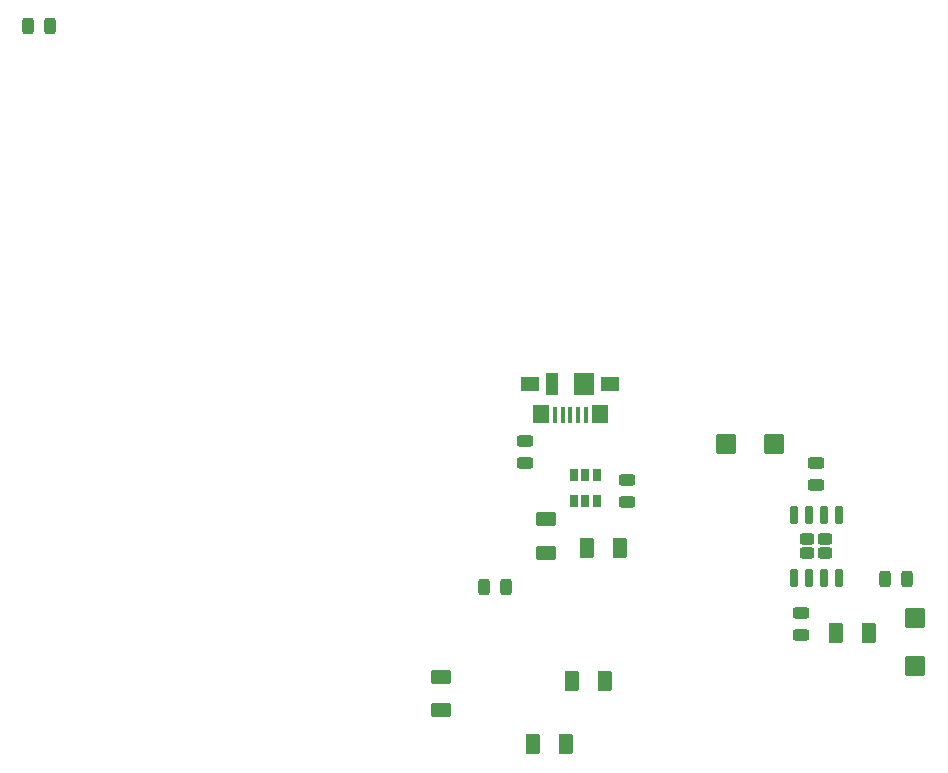
<source format=gbr>
%TF.GenerationSoftware,KiCad,Pcbnew,(5.99.0-11498-g1a301d8eea)*%
%TF.CreationDate,2021-09-08T01:14:58+03:00*%
%TF.ProjectId,f,662e6b69-6361-4645-9f70-636258585858,rev?*%
%TF.SameCoordinates,Original*%
%TF.FileFunction,Paste,Top*%
%TF.FilePolarity,Positive*%
%FSLAX46Y46*%
G04 Gerber Fmt 4.6, Leading zero omitted, Abs format (unit mm)*
G04 Created by KiCad (PCBNEW (5.99.0-11498-g1a301d8eea)) date 2021-09-08 01:14:58*
%MOMM*%
%LPD*%
G01*
G04 APERTURE LIST*
G04 Aperture macros list*
%AMRoundRect*
0 Rectangle with rounded corners*
0 $1 Rounding radius*
0 $2 $3 $4 $5 $6 $7 $8 $9 X,Y pos of 4 corners*
0 Add a 4 corners polygon primitive as box body*
4,1,4,$2,$3,$4,$5,$6,$7,$8,$9,$2,$3,0*
0 Add four circle primitives for the rounded corners*
1,1,$1+$1,$2,$3*
1,1,$1+$1,$4,$5*
1,1,$1+$1,$6,$7*
1,1,$1+$1,$8,$9*
0 Add four rect primitives between the rounded corners*
20,1,$1+$1,$2,$3,$4,$5,0*
20,1,$1+$1,$4,$5,$6,$7,0*
20,1,$1+$1,$6,$7,$8,$9,0*
20,1,$1+$1,$8,$9,$2,$3,0*%
G04 Aperture macros list end*
%ADD10RoundRect,0.250000X0.375000X0.625000X-0.375000X0.625000X-0.375000X-0.625000X0.375000X-0.625000X0*%
%ADD11RoundRect,0.243750X-0.243750X-0.456250X0.243750X-0.456250X0.243750X0.456250X-0.243750X0.456250X0*%
%ADD12RoundRect,0.250000X-0.375000X-0.625000X0.375000X-0.625000X0.375000X0.625000X-0.375000X0.625000X0*%
%ADD13RoundRect,0.243750X-0.456250X0.243750X-0.456250X-0.243750X0.456250X-0.243750X0.456250X0.243750X0*%
%ADD14RoundRect,0.243750X0.456250X-0.243750X0.456250X0.243750X-0.456250X0.243750X-0.456250X-0.243750X0*%
%ADD15RoundRect,0.250000X-0.600000X0.625000X-0.600000X-0.625000X0.600000X-0.625000X0.600000X0.625000X0*%
%ADD16RoundRect,0.243750X0.243750X0.456250X-0.243750X0.456250X-0.243750X-0.456250X0.243750X-0.456250X0*%
%ADD17RoundRect,0.250000X0.625000X0.600000X-0.625000X0.600000X-0.625000X-0.600000X0.625000X-0.600000X0*%
%ADD18R,0.450000X1.380000*%
%ADD19R,1.650000X1.300000*%
%ADD20R,1.000000X1.900000*%
%ADD21R,1.425000X1.550000*%
%ADD22R,1.800000X1.900000*%
%ADD23RoundRect,0.250000X-0.625000X0.375000X-0.625000X-0.375000X0.625000X-0.375000X0.625000X0.375000X0*%
%ADD24RoundRect,0.242500X0.382500X-0.242500X0.382500X0.242500X-0.382500X0.242500X-0.382500X-0.242500X0*%
%ADD25RoundRect,0.150000X0.150000X-0.650000X0.150000X0.650000X-0.150000X0.650000X-0.150000X-0.650000X0*%
%ADD26R,0.650000X1.060000*%
G04 APERTURE END LIST*
D10*
%TO.C,C3*%
X117726000Y-98298000D03*
X120526000Y-98298000D03*
%TD*%
D11*
%TO.C,R6*%
X109044500Y-101600000D03*
X110919500Y-101600000D03*
%TD*%
D12*
%TO.C,C2*%
X116442939Y-109578725D03*
X119242939Y-109578725D03*
%TD*%
D13*
%TO.C,R4*%
X135876939Y-103815225D03*
X135876939Y-105690225D03*
%TD*%
D14*
%TO.C,R5*%
X121158000Y-94409500D03*
X121158000Y-92534500D03*
%TD*%
D15*
%TO.C,D1*%
X145528939Y-104258725D03*
X145528939Y-108308725D03*
%TD*%
D16*
%TO.C,R7*%
X72311500Y-54102000D03*
X70436500Y-54102000D03*
%TD*%
D10*
%TO.C,C4*%
X115940939Y-114912725D03*
X113140939Y-114912725D03*
%TD*%
D17*
%TO.C,D2*%
X133583939Y-89512725D03*
X129533939Y-89512725D03*
%TD*%
D18*
%TO.C,J1*%
X117618939Y-87070725D03*
X116968939Y-87070725D03*
X116318939Y-87070725D03*
X115668939Y-87070725D03*
X115018939Y-87070725D03*
D19*
X119693939Y-84410725D03*
D20*
X114768939Y-84410725D03*
D21*
X118806439Y-86985725D03*
D22*
X117468939Y-84410725D03*
D21*
X113831439Y-86985725D03*
D19*
X112943939Y-84410725D03*
%TD*%
D23*
%TO.C,C5*%
X114300000Y-95882000D03*
X114300000Y-98682000D03*
%TD*%
D16*
%TO.C,R1*%
X144863939Y-100942725D03*
X142988939Y-100942725D03*
%TD*%
D23*
%TO.C,C6*%
X105396939Y-109194725D03*
X105396939Y-111994725D03*
%TD*%
D24*
%TO.C,U2*%
X137921939Y-98748725D03*
X136371939Y-98748725D03*
X137921939Y-97548725D03*
X136371939Y-97548725D03*
D25*
X135241939Y-100798725D03*
X136511939Y-100798725D03*
X137781939Y-100798725D03*
X139051939Y-100798725D03*
X139051939Y-95498725D03*
X137781939Y-95498725D03*
X136511939Y-95498725D03*
X135241939Y-95498725D03*
%TD*%
D13*
%TO.C,R3*%
X137146939Y-91115225D03*
X137146939Y-92990225D03*
%TD*%
D26*
%TO.C,U1*%
X116652000Y-94318000D03*
X117602000Y-94318000D03*
X118552000Y-94318000D03*
X118552000Y-92118000D03*
X117602000Y-92118000D03*
X116652000Y-92118000D03*
%TD*%
D10*
%TO.C,C1*%
X141594939Y-105514725D03*
X138794939Y-105514725D03*
%TD*%
D13*
%TO.C,R2*%
X112522000Y-89232500D03*
X112522000Y-91107500D03*
%TD*%
M02*

</source>
